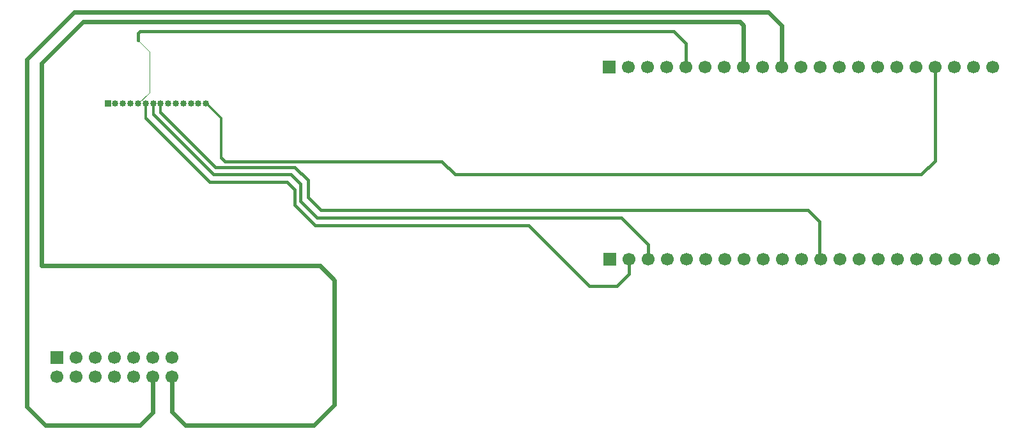
<source format=gbr>
%TF.GenerationSoftware,KiCad,Pcbnew,9.0.7*%
%TF.CreationDate,2026-01-27T19:23:09-03:00*%
%TF.ProjectId,pcb_geral,7063625f-6765-4726-916c-2e6b69636164,rev?*%
%TF.SameCoordinates,Original*%
%TF.FileFunction,Copper,L2,Bot*%
%TF.FilePolarity,Positive*%
%FSLAX46Y46*%
G04 Gerber Fmt 4.6, Leading zero omitted, Abs format (unit mm)*
G04 Created by KiCad (PCBNEW 9.0.7) date 2026-01-27 19:23:09*
%MOMM*%
%LPD*%
G01*
G04 APERTURE LIST*
%TA.AperFunction,ComponentPad*%
%ADD10R,1.700000X1.700000*%
%TD*%
%TA.AperFunction,ComponentPad*%
%ADD11C,1.700000*%
%TD*%
%TA.AperFunction,ComponentPad*%
%ADD12R,0.850000X0.850000*%
%TD*%
%TA.AperFunction,ComponentPad*%
%ADD13C,0.850000*%
%TD*%
%TA.AperFunction,ViaPad*%
%ADD14C,0.500000*%
%TD*%
%TA.AperFunction,Conductor*%
%ADD15C,0.600000*%
%TD*%
%TA.AperFunction,Conductor*%
%ADD16C,0.400000*%
%TD*%
%TA.AperFunction,Conductor*%
%ADD17C,0.100000*%
%TD*%
%TA.AperFunction,Conductor*%
%ADD18C,0.300000*%
%TD*%
G04 APERTURE END LIST*
D10*
%TO.P,ESP32PinSocket_2,1*%
%TO.N,.*%
X157720000Y-109750000D03*
D11*
%TO.P,ESP32PinSocket_2,2*%
X160260000Y-109750000D03*
%TO.P,ESP32PinSocket_2,3*%
X162800000Y-109750000D03*
%TO.P,ESP32PinSocket_2,4*%
X165340000Y-109750000D03*
%TO.P,ESP32PinSocket_2,5*%
X167880000Y-109750000D03*
%TO.P,ESP32PinSocket_2,6*%
X170420000Y-109750000D03*
%TO.P,ESP32PinSocket_2,7*%
X172960000Y-109750000D03*
%TO.P,ESP32PinSocket_2,8*%
X175500000Y-109750000D03*
%TO.P,ESP32PinSocket_2,9*%
X178040000Y-109750000D03*
%TO.P,ESP32PinSocket_2,10*%
X180580000Y-109750000D03*
%TO.P,ESP32PinSocket_2,11*%
X183120000Y-109750000D03*
%TO.P,ESP32PinSocket_2,12*%
X185660000Y-109750000D03*
%TO.P,ESP32PinSocket_2,13*%
X188200000Y-109750000D03*
%TO.P,ESP32PinSocket_2,14*%
X190740000Y-109750000D03*
%TO.P,ESP32PinSocket_2,15*%
X193280000Y-109750000D03*
%TO.P,ESP32PinSocket_2,16*%
X195820000Y-109750000D03*
%TO.P,ESP32PinSocket_2,17*%
X198360000Y-109750000D03*
%TO.P,ESP32PinSocket_2,18*%
X200900000Y-109750000D03*
%TO.P,ESP32PinSocket_2,19*%
X203440000Y-109750000D03*
%TO.P,ESP32PinSocket_2,20*%
X205980000Y-109750000D03*
%TO.P,ESP32PinSocket_2,21*%
X208520000Y-109750000D03*
%TD*%
D10*
%TO.P,KeyboardPinSocket,1*%
%TO.N,.*%
X84500000Y-122750000D03*
D11*
%TO.P,KeyboardPinSocket,2*%
X84500000Y-125290000D03*
%TO.P,KeyboardPinSocket,3*%
X87040000Y-122750000D03*
%TO.P,KeyboardPinSocket,4*%
X87040000Y-125290000D03*
%TO.P,KeyboardPinSocket,5*%
X89580000Y-122750000D03*
%TO.P,KeyboardPinSocket,6*%
X89580000Y-125290000D03*
%TO.P,KeyboardPinSocket,7*%
X92120000Y-122750000D03*
%TO.P,KeyboardPinSocket,8*%
X92120000Y-125290000D03*
%TO.P,KeyboardPinSocket,9*%
X94660000Y-122750000D03*
%TO.P,KeyboardPinSocket,10*%
X94660000Y-125290000D03*
%TO.P,KeyboardPinSocket,11*%
X97200000Y-122750000D03*
%TO.P,KeyboardPinSocket,12*%
%TO.N,N/C*%
X97200000Y-125290000D03*
%TO.P,KeyboardPinSocket,13*%
%TO.N,.*%
X99740000Y-122750000D03*
%TO.P,KeyboardPinSocket,14*%
%TO.N,N/C*%
X99740000Y-125290000D03*
%TD*%
D12*
%TO.P,FlatCable_Header,1*%
%TO.N,N/C*%
X91250000Y-89100000D03*
D13*
%TO.P,FlatCable_Header,2*%
X92250000Y-89100000D03*
%TO.P,FlatCable_Header,3*%
X93250000Y-89100000D03*
%TO.P,FlatCable_Header,4*%
X94250000Y-89100000D03*
%TO.P,FlatCable_Header,5*%
X95250000Y-89100000D03*
%TO.P,FlatCable_Header,6*%
X96250000Y-89100000D03*
%TO.P,FlatCable_Header,7*%
X97250000Y-89100000D03*
%TO.P,FlatCable_Header,8*%
X98250000Y-89100000D03*
%TO.P,FlatCable_Header,9*%
X99250000Y-89100000D03*
%TO.P,FlatCable_Header,10*%
X100250000Y-89100000D03*
%TO.P,FlatCable_Header,11*%
X101250000Y-89100000D03*
%TO.P,FlatCable_Header,12*%
X102250000Y-89100000D03*
%TO.P,FlatCable_Header,13*%
X103250000Y-89100000D03*
%TO.P,FlatCable_Header,14*%
X104250000Y-89100000D03*
%TD*%
D10*
%TO.P,ESP32PinSocket_1,1*%
%TO.N,N/C*%
X157670000Y-84250000D03*
D11*
%TO.P,ESP32PinSocket_1,2*%
X160210000Y-84250000D03*
%TO.P,ESP32PinSocket_1,3*%
X162750000Y-84250000D03*
%TO.P,ESP32PinSocket_1,4*%
X165290000Y-84250000D03*
%TO.P,ESP32PinSocket_1,5*%
X167830000Y-84250000D03*
%TO.P,ESP32PinSocket_1,6*%
X170370000Y-84250000D03*
%TO.P,ESP32PinSocket_1,7*%
X172910000Y-84250000D03*
%TO.P,ESP32PinSocket_1,8*%
X175450000Y-84250000D03*
%TO.P,ESP32PinSocket_1,9*%
X177990000Y-84250000D03*
%TO.P,ESP32PinSocket_1,10*%
X180530000Y-84250000D03*
%TO.P,ESP32PinSocket_1,11*%
X183070000Y-84250000D03*
%TO.P,ESP32PinSocket_1,12*%
X185610000Y-84250000D03*
%TO.P,ESP32PinSocket_1,13*%
X188150000Y-84250000D03*
%TO.P,ESP32PinSocket_1,14*%
X190690000Y-84250000D03*
%TO.P,ESP32PinSocket_1,15*%
X193230000Y-84250000D03*
%TO.P,ESP32PinSocket_1,16*%
X195770000Y-84250000D03*
%TO.P,ESP32PinSocket_1,17*%
X198310000Y-84250000D03*
%TO.P,ESP32PinSocket_1,18*%
X200850000Y-84250000D03*
%TO.P,ESP32PinSocket_1,19*%
X203390000Y-84250000D03*
%TO.P,ESP32PinSocket_1,20*%
X205930000Y-84250000D03*
%TO.P,ESP32PinSocket_1,21*%
X208470000Y-84250000D03*
%TD*%
D14*
%TO.N,*%
X93250000Y-89100000D03*
X99250000Y-89100000D03*
X91250000Y-89100000D03*
X99250000Y-89100000D03*
X92250000Y-89100000D03*
X103250000Y-89100000D03*
X100250000Y-89100000D03*
X104250000Y-89100000D03*
X102250000Y-89100000D03*
X103250000Y-89100000D03*
X95250000Y-89100000D03*
X94250000Y-89100000D03*
X104250000Y-89100000D03*
X93250000Y-89100000D03*
X92250000Y-89100000D03*
X95250000Y-89100000D03*
X102250000Y-89100000D03*
X100250000Y-89100000D03*
X101250000Y-89100000D03*
X94250000Y-89100000D03*
X91250000Y-89100000D03*
X101250000Y-89100000D03*
%TO.N,.*%
X96250000Y-89100000D03*
X98250000Y-89100000D03*
X97250000Y-89100000D03*
X97250000Y-89100000D03*
X96250000Y-89100000D03*
X98250000Y-89100000D03*
%TD*%
D15*
%TO.N,*%
X99740000Y-129990000D02*
X101500000Y-131750000D01*
X101500000Y-131750000D02*
X118500000Y-131750000D01*
X97200000Y-125290000D02*
X97200000Y-130050000D01*
D16*
X167830000Y-81080000D02*
X167830000Y-84250000D01*
D15*
X83000000Y-131750000D02*
X80500000Y-129250000D01*
X119350000Y-110600000D02*
X82500000Y-110600000D01*
D16*
X135500000Y-96750000D02*
X137250000Y-98500000D01*
X95250000Y-80700000D02*
X95250000Y-79750000D01*
D17*
X96750000Y-82200000D02*
X95250000Y-80700000D01*
D15*
X82500000Y-110600000D02*
X82500000Y-83750000D01*
D16*
X106750000Y-96750000D02*
X135500000Y-96750000D01*
D15*
X121250000Y-129000000D02*
X121250000Y-112500000D01*
D16*
X137250000Y-98500000D02*
X199000000Y-98500000D01*
D15*
X80500000Y-129250000D02*
X80500000Y-83250000D01*
D17*
X96750000Y-87600000D02*
X96750000Y-82200000D01*
D16*
X199000000Y-98500000D02*
X200850000Y-96650000D01*
D15*
X99740000Y-125290000D02*
X99740000Y-129990000D01*
X88000000Y-78250000D02*
X175000000Y-78250000D01*
X118500000Y-131750000D02*
X121250000Y-129000000D01*
X175000000Y-78250000D02*
X175450000Y-78700000D01*
X121250000Y-112500000D02*
X119350000Y-110600000D01*
D16*
X200850000Y-96650000D02*
X200850000Y-84250000D01*
D15*
X86750000Y-77000000D02*
X178750000Y-77000000D01*
X82500000Y-83750000D02*
X88000000Y-78250000D01*
D18*
X106250000Y-91000000D02*
X106250000Y-96250000D01*
D16*
X95500000Y-79500000D02*
X166250000Y-79500000D01*
D15*
X97200000Y-130050000D02*
X95500000Y-131750000D01*
X180530000Y-78780000D02*
X180530000Y-84250000D01*
D18*
X105700000Y-90450000D02*
X106250000Y-91000000D01*
X104350000Y-89100000D02*
X106250000Y-91000000D01*
D16*
X106250000Y-96250000D02*
X106750000Y-96750000D01*
D15*
X95500000Y-131750000D02*
X83000000Y-131750000D01*
X175450000Y-78700000D02*
X175450000Y-84250000D01*
D16*
X95250000Y-79750000D02*
X95500000Y-79500000D01*
D15*
X80500000Y-83250000D02*
X86750000Y-77000000D01*
D17*
X95250000Y-89100000D02*
X96750000Y-87600000D01*
D16*
X166250000Y-79500000D02*
X167830000Y-81080000D01*
D15*
X178750000Y-77000000D02*
X180530000Y-78780000D01*
D18*
%TO.N,.*%
X97250000Y-89100000D02*
X97250000Y-90500000D01*
D16*
X155000000Y-113250000D02*
X158670603Y-113250000D01*
X116000000Y-102500000D02*
X118750000Y-105250000D01*
X117750000Y-101500000D02*
X119500000Y-103250000D01*
X185500000Y-109590000D02*
X185660000Y-109750000D01*
X118750000Y-105250000D02*
X147000000Y-105250000D01*
X119500000Y-103250000D02*
X184000000Y-103250000D01*
X115000000Y-99500000D02*
X116000000Y-100500000D01*
X147000000Y-105250000D02*
X155000000Y-113250000D01*
X116750000Y-102000000D02*
X119000000Y-104250000D01*
X116000000Y-97500000D02*
X117750000Y-99250000D01*
X184000000Y-103250000D02*
X185500000Y-104750000D01*
X159250000Y-104250000D02*
X162800000Y-107800000D01*
X117750000Y-99250000D02*
X117750000Y-101500000D01*
D18*
X98250000Y-89100000D02*
X98250000Y-90250000D01*
D16*
X97250000Y-90500000D02*
X105250000Y-98500000D01*
X158670603Y-113250000D02*
X160260000Y-111660603D01*
X116000000Y-100500000D02*
X116000000Y-102500000D01*
D18*
X96250000Y-89100000D02*
X96250000Y-91000000D01*
D16*
X105500000Y-97500000D02*
X116000000Y-97500000D01*
X105250000Y-98500000D02*
X115500000Y-98500000D01*
X96250000Y-91000000D02*
X104750000Y-99500000D01*
X104750000Y-99500000D02*
X115000000Y-99500000D01*
X116750000Y-99750000D02*
X116750000Y-102000000D01*
X162800000Y-107800000D02*
X162800000Y-109750000D01*
X115500000Y-98500000D02*
X116750000Y-99750000D01*
X185500000Y-104750000D02*
X185500000Y-109590000D01*
X119000000Y-104250000D02*
X159250000Y-104250000D01*
X98250000Y-90250000D02*
X105500000Y-97500000D01*
X160260000Y-111660603D02*
X160260000Y-109750000D01*
%TD*%
M02*

</source>
